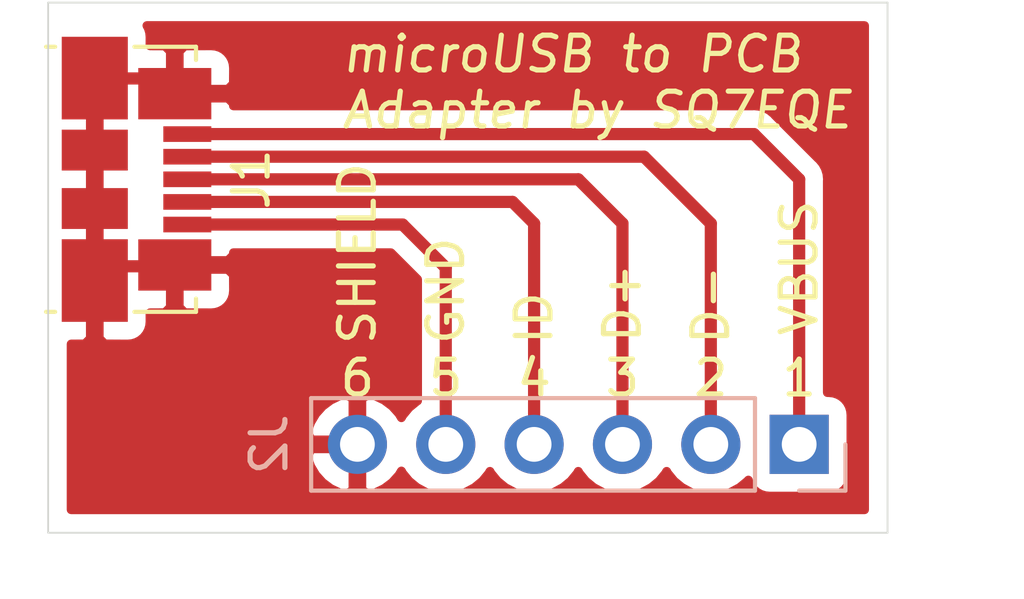
<source format=kicad_pcb>
(kicad_pcb (version 20171130) (host pcbnew 5.1.4-3.fc31)

  (general
    (thickness 1.6)
    (drawings 19)
    (tracks 26)
    (zones 0)
    (modules 2)
    (nets 7)
  )

  (page A4)
  (title_block
    (title "MicroUSB to PCB Adapter PCB Project")
    (date 2019-11-19)
    (rev 1.0)
    (company "MSc. Paweł Sobótka")
    (comment 1 "GNU GPLv3")
    (comment 2 "Design by SQ7EQE")
  )

  (layers
    (0 F.Cu signal)
    (31 B.Cu signal)
    (32 B.Adhes user)
    (33 F.Adhes user)
    (34 B.Paste user)
    (35 F.Paste user)
    (36 B.SilkS user)
    (37 F.SilkS user)
    (38 B.Mask user)
    (39 F.Mask user)
    (40 Dwgs.User user)
    (41 Cmts.User user)
    (42 Eco1.User user)
    (43 Eco2.User user)
    (44 Edge.Cuts user)
    (45 Margin user)
    (46 B.CrtYd user)
    (47 F.CrtYd user)
    (48 B.Fab user)
    (49 F.Fab user)
  )

  (setup
    (last_trace_width 0.25)
    (user_trace_width 0.35)
    (trace_clearance 0.2)
    (zone_clearance 0.508)
    (zone_45_only no)
    (trace_min 0.2)
    (via_size 0.8)
    (via_drill 0.4)
    (via_min_size 0.4)
    (via_min_drill 0.3)
    (uvia_size 0.3)
    (uvia_drill 0.1)
    (uvias_allowed no)
    (uvia_min_size 0.2)
    (uvia_min_drill 0.1)
    (edge_width 0.05)
    (segment_width 0.2)
    (pcb_text_width 0.3)
    (pcb_text_size 1.5 1.5)
    (mod_edge_width 0.12)
    (mod_text_size 1 1)
    (mod_text_width 0.15)
    (pad_size 1.524 1.524)
    (pad_drill 0.762)
    (pad_to_mask_clearance 0.051)
    (solder_mask_min_width 0.25)
    (aux_axis_origin 95.25 93.98)
    (visible_elements FFFFFF7F)
    (pcbplotparams
      (layerselection 0x3d2fc_ffffffff)
      (usegerberextensions false)
      (usegerberattributes true)
      (usegerberadvancedattributes true)
      (creategerberjobfile true)
      (excludeedgelayer true)
      (linewidth 0.150000)
      (plotframeref false)
      (viasonmask false)
      (mode 1)
      (useauxorigin true)
      (hpglpennumber 1)
      (hpglpenspeed 20)
      (hpglpendiameter 15.000000)
      (psnegative false)
      (psa4output false)
      (plotreference true)
      (plotvalue true)
      (plotinvisibletext false)
      (padsonsilk false)
      (subtractmaskfromsilk true)
      (outputformat 1)
      (mirror false)
      (drillshape 0)
      (scaleselection 1)
      (outputdirectory "plot/"))
  )

  (net 0 "")
  (net 1 "Net-(J1-Pad6)")
  (net 2 "Net-(J1-Pad2)")
  (net 3 "Net-(J1-Pad1)")
  (net 4 "Net-(J1-Pad5)")
  (net 5 "Net-(J1-Pad4)")
  (net 6 "Net-(J1-Pad3)")

  (net_class Default "To jest domyślna klasa połączeń."
    (clearance 0.2)
    (trace_width 0.25)
    (via_dia 0.8)
    (via_drill 0.4)
    (uvia_dia 0.3)
    (uvia_drill 0.1)
    (add_net "Net-(J1-Pad1)")
    (add_net "Net-(J1-Pad2)")
    (add_net "Net-(J1-Pad3)")
    (add_net "Net-(J1-Pad4)")
    (add_net "Net-(J1-Pad5)")
    (add_net "Net-(J1-Pad6)")
  )

  (module Connector_USB:USB_Micro-B_Molex_47346-0001 (layer F.Cu) (tedit 5A1DC0BD) (tstamp 5DD40F8C)
    (at 97.79 83.82 270)
    (descr "Micro USB B receptable with flange, bottom-mount, SMD, right-angle (http://www.molex.com/pdm_docs/sd/473460001_sd.pdf)")
    (tags "Micro B USB SMD")
    (path /5DD3B84F)
    (attr smd)
    (fp_text reference J1 (at 0 -3.3 270) (layer F.SilkS)
      (effects (font (size 1 1) (thickness 0.15)))
    )
    (fp_text value USB_B_Micro (at 0 -4.445 270) (layer F.Fab)
      (effects (font (size 1 1) (thickness 0.15)))
    )
    (fp_line (start -3.25 2.65) (end 3.25 2.65) (layer F.Fab) (width 0.1))
    (fp_line (start -3.81 2.6) (end -3.81 2.34) (layer F.SilkS) (width 0.12))
    (fp_line (start -3.81 0.06) (end -3.81 -1.71) (layer F.SilkS) (width 0.12))
    (fp_line (start -3.81 -1.71) (end -3.43 -1.71) (layer F.SilkS) (width 0.12))
    (fp_line (start 3.81 -1.71) (end 3.81 0.06) (layer F.SilkS) (width 0.12))
    (fp_line (start 3.81 2.34) (end 3.81 2.6) (layer F.SilkS) (width 0.12))
    (fp_line (start -3.75 3.35) (end -3.75 -1.65) (layer F.Fab) (width 0.1))
    (fp_line (start -3.75 -1.65) (end 3.75 -1.65) (layer F.Fab) (width 0.1))
    (fp_line (start 3.75 -1.65) (end 3.75 3.35) (layer F.Fab) (width 0.1))
    (fp_line (start 3.75 3.35) (end -3.75 3.35) (layer F.Fab) (width 0.1))
    (fp_line (start -4.6 3.9) (end -4.6 -2.7) (layer F.CrtYd) (width 0.05))
    (fp_line (start -4.6 -2.7) (end 4.6 -2.7) (layer F.CrtYd) (width 0.05))
    (fp_line (start 4.6 -2.7) (end 4.6 3.9) (layer F.CrtYd) (width 0.05))
    (fp_line (start 4.6 3.9) (end -4.6 3.9) (layer F.CrtYd) (width 0.05))
    (fp_line (start 3.81 -1.71) (end 3.43 -1.71) (layer F.SilkS) (width 0.12))
    (fp_text user %R (at 0 1.2 90) (layer F.Fab)
      (effects (font (size 1 1) (thickness 0.15)))
    )
    (fp_text user "PCB Edge" (at 0 2.67 270) (layer Dwgs.User)
      (effects (font (size 0.4 0.4) (thickness 0.04)))
    )
    (pad 6 smd rect (at 0.84 1.2 270) (size 1.175 1.9) (layers F.Cu F.Paste F.Mask)
      (net 1 "Net-(J1-Pad6)"))
    (pad 6 smd rect (at -0.84 1.2 270) (size 1.175 1.9) (layers F.Cu F.Paste F.Mask)
      (net 1 "Net-(J1-Pad6)"))
    (pad 6 smd rect (at 2.91 1.2 270) (size 2.375 1.9) (layers F.Cu F.Paste F.Mask)
      (net 1 "Net-(J1-Pad6)"))
    (pad 6 smd rect (at -2.91 1.2 270) (size 2.375 1.9) (layers F.Cu F.Paste F.Mask)
      (net 1 "Net-(J1-Pad6)"))
    (pad 6 smd rect (at 2.4625 -1.1 270) (size 1.475 2.1) (layers F.Cu F.Paste F.Mask)
      (net 1 "Net-(J1-Pad6)"))
    (pad 6 smd rect (at -2.4625 -1.1 270) (size 1.475 2.1) (layers F.Cu F.Paste F.Mask)
      (net 1 "Net-(J1-Pad6)"))
    (pad 5 smd rect (at 1.3 -1.46 270) (size 0.45 1.38) (layers F.Cu F.Paste F.Mask)
      (net 4 "Net-(J1-Pad5)"))
    (pad 4 smd rect (at 0.65 -1.46 270) (size 0.45 1.38) (layers F.Cu F.Paste F.Mask)
      (net 5 "Net-(J1-Pad4)"))
    (pad 3 smd rect (at 0 -1.46 270) (size 0.45 1.38) (layers F.Cu F.Paste F.Mask)
      (net 6 "Net-(J1-Pad3)"))
    (pad 2 smd rect (at -0.65 -1.46 270) (size 0.45 1.38) (layers F.Cu F.Paste F.Mask)
      (net 2 "Net-(J1-Pad2)"))
    (pad 1 smd rect (at -1.3 -1.46 270) (size 0.45 1.38) (layers F.Cu F.Paste F.Mask)
      (net 3 "Net-(J1-Pad1)"))
    (model ${KISYS3DMOD}/Connector_USB.3dshapes/USB_Micro-B_Molex_47346-0001.wrl
      (at (xyz 0 0 0))
      (scale (xyz 1 1 1))
      (rotate (xyz 0 0 0))
    )
  )

  (module Connector_PinHeader_2.54mm:PinHeader_1x06_P2.54mm_Vertical (layer B.Cu) (tedit 59FED5CC) (tstamp 5DD40FA6)
    (at 116.84 91.44 90)
    (descr "Through hole straight pin header, 1x06, 2.54mm pitch, single row")
    (tags "Through hole pin header THT 1x06 2.54mm single row")
    (path /5DD3BC27)
    (fp_text reference J2 (at 0 -15.24 270) (layer B.SilkS)
      (effects (font (size 1 1) (thickness 0.15)) (justify mirror))
    )
    (fp_text value "PCB PinHeader" (at 2.54 -6.35 180) (layer B.Fab)
      (effects (font (size 1 1) (thickness 0.15)) (justify mirror))
    )
    (fp_line (start -0.635 1.27) (end 1.27 1.27) (layer B.Fab) (width 0.1))
    (fp_line (start 1.27 1.27) (end 1.27 -13.97) (layer B.Fab) (width 0.1))
    (fp_line (start 1.27 -13.97) (end -1.27 -13.97) (layer B.Fab) (width 0.1))
    (fp_line (start -1.27 -13.97) (end -1.27 0.635) (layer B.Fab) (width 0.1))
    (fp_line (start -1.27 0.635) (end -0.635 1.27) (layer B.Fab) (width 0.1))
    (fp_line (start -1.33 -14.03) (end 1.33 -14.03) (layer B.SilkS) (width 0.12))
    (fp_line (start -1.33 -1.27) (end -1.33 -14.03) (layer B.SilkS) (width 0.12))
    (fp_line (start 1.33 -1.27) (end 1.33 -14.03) (layer B.SilkS) (width 0.12))
    (fp_line (start -1.33 -1.27) (end 1.33 -1.27) (layer B.SilkS) (width 0.12))
    (fp_line (start -1.33 0) (end -1.33 1.33) (layer B.SilkS) (width 0.12))
    (fp_line (start -1.33 1.33) (end 0 1.33) (layer B.SilkS) (width 0.12))
    (fp_line (start -1.8 1.8) (end -1.8 -14.5) (layer B.CrtYd) (width 0.05))
    (fp_line (start -1.8 -14.5) (end 1.8 -14.5) (layer B.CrtYd) (width 0.05))
    (fp_line (start 1.8 -14.5) (end 1.8 1.8) (layer B.CrtYd) (width 0.05))
    (fp_line (start 1.8 1.8) (end -1.8 1.8) (layer B.CrtYd) (width 0.05))
    (fp_text user %R (at 0 -6.35) (layer B.Fab)
      (effects (font (size 1 1) (thickness 0.15)) (justify mirror))
    )
    (pad 1 thru_hole rect (at 0 0 90) (size 1.7 1.7) (drill 1) (layers *.Cu *.Mask)
      (net 3 "Net-(J1-Pad1)"))
    (pad 2 thru_hole oval (at 0 -2.54 90) (size 1.7 1.7) (drill 1) (layers *.Cu *.Mask)
      (net 2 "Net-(J1-Pad2)"))
    (pad 3 thru_hole oval (at 0 -5.08 90) (size 1.7 1.7) (drill 1) (layers *.Cu *.Mask)
      (net 6 "Net-(J1-Pad3)"))
    (pad 4 thru_hole oval (at 0 -7.62 90) (size 1.7 1.7) (drill 1) (layers *.Cu *.Mask)
      (net 5 "Net-(J1-Pad4)"))
    (pad 5 thru_hole oval (at 0 -10.16 90) (size 1.7 1.7) (drill 1) (layers *.Cu *.Mask)
      (net 4 "Net-(J1-Pad5)"))
    (pad 6 thru_hole oval (at 0 -12.7 90) (size 1.7 1.7) (drill 1) (layers *.Cu *.Mask)
      (net 1 "Net-(J1-Pad6)"))
    (model ${KISYS3DMOD}/Connector_PinHeader_2.54mm.3dshapes/PinHeader_1x06_P2.54mm_Vertical.step
      (at (xyz 0 0 0))
      (scale (xyz 1 1 1))
      (rotate (xyz 0 0 0))
    )
  )

  (gr_text SHIELD (at 104.14 88.646 90) (layer F.SilkS)
    (effects (font (size 1 1) (thickness 0.15)) (justify left))
  )
  (gr_text GND (at 106.68 88.646 90) (layer F.SilkS)
    (effects (font (size 1 1) (thickness 0.15)) (justify left))
  )
  (gr_text ID (at 109.22 88.646 90) (layer F.SilkS)
    (effects (font (size 1 1) (thickness 0.15)) (justify left))
  )
  (gr_text D+ (at 111.76 87.376 90) (layer F.SilkS)
    (effects (font (size 1 1) (thickness 0.15)))
  )
  (gr_text D- (at 114.3 88.646 90) (layer F.SilkS)
    (effects (font (size 1 1) (thickness 0.15)) (justify left))
  )
  (gr_text VBUS (at 116.84 88.392 90) (layer F.SilkS)
    (effects (font (size 1 1) (thickness 0.15)) (justify left))
  )
  (dimension 15.24 (width 0.15) (layer Cmts.User)
    (gr_text "15,240 mm" (at 121.95 86.36 90) (layer Cmts.User)
      (effects (font (size 1 1) (thickness 0.15)))
    )
    (feature1 (pts (xy 119.38 78.74) (xy 121.236421 78.74)))
    (feature2 (pts (xy 119.38 93.98) (xy 121.236421 93.98)))
    (crossbar (pts (xy 120.65 93.98) (xy 120.65 78.74)))
    (arrow1a (pts (xy 120.65 78.74) (xy 121.236421 79.866504)))
    (arrow1b (pts (xy 120.65 78.74) (xy 120.063579 79.866504)))
    (arrow2a (pts (xy 120.65 93.98) (xy 121.236421 92.853496)))
    (arrow2b (pts (xy 120.65 93.98) (xy 120.063579 92.853496)))
  )
  (dimension 24.13 (width 0.15) (layer Cmts.User)
    (gr_text "24,130 mm" (at 107.315 96.55) (layer Cmts.User)
      (effects (font (size 1 1) (thickness 0.15)))
    )
    (feature1 (pts (xy 119.38 93.98) (xy 119.38 95.836421)))
    (feature2 (pts (xy 95.25 93.98) (xy 95.25 95.836421)))
    (crossbar (pts (xy 95.25 95.25) (xy 119.38 95.25)))
    (arrow1a (pts (xy 119.38 95.25) (xy 118.253496 95.836421)))
    (arrow1b (pts (xy 119.38 95.25) (xy 118.253496 94.663579)))
    (arrow2a (pts (xy 95.25 95.25) (xy 96.376504 95.836421)))
    (arrow2b (pts (xy 95.25 95.25) (xy 96.376504 94.663579)))
  )
  (gr_text "microUSB to PCB\nAdapter by SQ7EQE" (at 103.632 81.026) (layer F.SilkS)
    (effects (font (size 1 1) (thickness 0.15) italic) (justify left))
  )
  (gr_line (start 119.38 93.98) (end 95.25 93.98) (layer Edge.Cuts) (width 0.05) (tstamp 5DD41263))
  (gr_line (start 119.38 78.74) (end 119.38 93.98) (layer Edge.Cuts) (width 0.05))
  (gr_line (start 95.25 78.74) (end 119.38 78.74) (layer Edge.Cuts) (width 0.05))
  (gr_line (start 95.25 93.98) (end 95.25 78.74) (layer Edge.Cuts) (width 0.05))
  (gr_text 6 (at 104.14 89.535) (layer F.SilkS)
    (effects (font (size 1 1) (thickness 0.15)))
  )
  (gr_text 5 (at 106.68 89.535) (layer F.SilkS)
    (effects (font (size 1 1) (thickness 0.15)))
  )
  (gr_text 4 (at 109.22 89.535) (layer F.SilkS)
    (effects (font (size 1 1) (thickness 0.15)))
  )
  (gr_text 3 (at 111.76 89.535) (layer F.SilkS)
    (effects (font (size 1 1) (thickness 0.15)))
  )
  (gr_text 2 (at 114.3 89.535) (layer F.SilkS)
    (effects (font (size 1 1) (thickness 0.15)))
  )
  (gr_text 1 (at 116.84 89.535) (layer F.SilkS)
    (effects (font (size 1 1) (thickness 0.15)))
  )

  (segment (start 99.2525 86.32) (end 102.83 86.32) (width 0.35) (layer F.Cu) (net 1))
  (segment (start 104.14 87.63) (end 104.14 91.44) (width 0.35) (layer F.Cu) (net 1))
  (segment (start 102.83 86.32) (end 104.14 87.63) (width 0.35) (layer F.Cu) (net 1))
  (segment (start 96.9525 86.32) (end 96.5525 86.72) (width 0.35) (layer F.Cu) (net 1))
  (segment (start 99.2525 86.32) (end 96.9525 86.32) (width 0.35) (layer F.Cu) (net 1))
  (segment (start 96.5525 86.72) (end 96.5525 84.82) (width 0.35) (layer F.Cu) (net 1))
  (segment (start 96.5525 83.7875) (end 96.5525 80.92) (width 0.35) (layer F.Cu) (net 1))
  (segment (start 96.5525 83.7875) (end 96.5525 82.82) (width 0.35) (layer F.Cu) (net 1))
  (segment (start 96.5525 84.82) (end 96.5525 83.7875) (width 0.35) (layer F.Cu) (net 1))
  (segment (start 98.8525 80.92) (end 99.2525 81.32) (width 0.35) (layer F.Cu) (net 1))
  (segment (start 96.5525 80.92) (end 98.8525 80.92) (width 0.35) (layer F.Cu) (net 1))
  (segment (start 99.2525 83.17) (end 112.38 83.17) (width 0.35) (layer F.Cu) (net 2))
  (segment (start 112.38 83.17) (end 114.3 85.09) (width 0.35) (layer F.Cu) (net 2))
  (segment (start 114.3 85.09) (end 114.3 91.44) (width 0.35) (layer F.Cu) (net 2))
  (segment (start 99.2525 82.52) (end 115.54 82.52) (width 0.35) (layer F.Cu) (net 3))
  (segment (start 116.84 83.82) (end 116.84 91.44) (width 0.35) (layer F.Cu) (net 3))
  (segment (start 115.54 82.52) (end 116.84 83.82) (width 0.35) (layer F.Cu) (net 3))
  (segment (start 99.2525 85.12) (end 105.44 85.12) (width 0.35) (layer F.Cu) (net 4))
  (segment (start 106.68 86.36) (end 106.68 91.44) (width 0.35) (layer F.Cu) (net 4))
  (segment (start 105.44 85.12) (end 106.68 86.36) (width 0.35) (layer F.Cu) (net 4))
  (segment (start 99.2525 84.47) (end 108.6 84.47) (width 0.35) (layer F.Cu) (net 5))
  (segment (start 109.22 85.09) (end 109.22 91.44) (width 0.35) (layer F.Cu) (net 5))
  (segment (start 108.6 84.47) (end 109.22 85.09) (width 0.35) (layer F.Cu) (net 5))
  (segment (start 111.76 85.09) (end 111.76 91.44) (width 0.35) (layer F.Cu) (net 6))
  (segment (start 99.2525 83.82) (end 110.49 83.82) (width 0.35) (layer F.Cu) (net 6))
  (segment (start 110.49 83.82) (end 111.76 85.09) (width 0.35) (layer F.Cu) (net 6))

  (zone (net 1) (net_name "Net-(J1-Pad6)") (layer F.Cu) (tstamp 5DD4A76D) (hatch edge 0.508)
    (connect_pads (clearance 0.508))
    (min_thickness 0.254)
    (fill yes (arc_segments 32) (thermal_gap 0.508) (thermal_bridge_width 0.508) (smoothing chamfer))
    (polygon
      (pts
        (xy 95.25 78.74) (xy 119.38 78.74) (xy 119.38 93.98) (xy 95.25 93.98)
      )
    )
    (filled_polygon
      (pts
        (xy 118.720001 93.32) (xy 95.91 93.32) (xy 95.91 91.796891) (xy 102.698519 91.796891) (xy 102.795843 92.071252)
        (xy 102.944822 92.321355) (xy 103.139731 92.537588) (xy 103.37308 92.711641) (xy 103.635901 92.836825) (xy 103.78311 92.881476)
        (xy 104.013 92.760155) (xy 104.013 91.567) (xy 102.819186 91.567) (xy 102.698519 91.796891) (xy 95.91 91.796891)
        (xy 95.91 91.083109) (xy 102.698519 91.083109) (xy 102.819186 91.313) (xy 104.013 91.313) (xy 104.013 90.119845)
        (xy 103.78311 89.998524) (xy 103.635901 90.043175) (xy 103.37308 90.168359) (xy 103.139731 90.342412) (xy 102.944822 90.558645)
        (xy 102.795843 90.808748) (xy 102.698519 91.083109) (xy 95.91 91.083109) (xy 95.91 88.554323) (xy 96.30425 88.5525)
        (xy 96.463 88.39375) (xy 96.463 86.857) (xy 96.443 86.857) (xy 96.443 86.603) (xy 96.463 86.603)
        (xy 96.463 84.787) (xy 96.443 84.787) (xy 96.443 84.533) (xy 96.463 84.533) (xy 96.463 83.107)
        (xy 96.443 83.107) (xy 96.443 82.853) (xy 96.463 82.853) (xy 96.463 81.037) (xy 96.443 81.037)
        (xy 96.443 80.783) (xy 96.463 80.783) (xy 96.463 80.763) (xy 96.717 80.763) (xy 96.717 80.783)
        (xy 96.737 80.783) (xy 96.737 81.037) (xy 96.717 81.037) (xy 96.717 82.853) (xy 96.737 82.853)
        (xy 96.737 83.107) (xy 96.717 83.107) (xy 96.717 84.533) (xy 96.737 84.533) (xy 96.737 84.787)
        (xy 96.717 84.787) (xy 96.717 86.603) (xy 96.737 86.603) (xy 96.737 86.857) (xy 96.717 86.857)
        (xy 96.717 88.39375) (xy 96.87575 88.5525) (xy 97.54 88.555572) (xy 97.664482 88.543312) (xy 97.78418 88.507002)
        (xy 97.894494 88.448037) (xy 97.991185 88.368685) (xy 98.070537 88.271994) (xy 98.129502 88.16168) (xy 98.165812 88.041982)
        (xy 98.178072 87.9175) (xy 98.177184 87.656717) (xy 98.60425 87.655) (xy 98.763 87.49625) (xy 98.763 86.4095)
        (xy 99.017 86.4095) (xy 99.017 87.49625) (xy 99.17575 87.655) (xy 99.94 87.658072) (xy 100.064482 87.645812)
        (xy 100.18418 87.609502) (xy 100.294494 87.550537) (xy 100.391185 87.471185) (xy 100.470537 87.374494) (xy 100.529502 87.26418)
        (xy 100.565812 87.144482) (xy 100.578072 87.02) (xy 100.575 86.56825) (xy 100.41625 86.4095) (xy 99.017 86.4095)
        (xy 98.763 86.4095) (xy 98.743 86.4095) (xy 98.743 86.1555) (xy 98.763 86.1555) (xy 98.763 86.1355)
        (xy 99.017 86.1355) (xy 99.017 86.1555) (xy 100.41625 86.1555) (xy 100.575 85.99675) (xy 100.575454 85.93)
        (xy 105.104488 85.93) (xy 105.87 86.695513) (xy 105.870001 90.18913) (xy 105.850986 90.199294) (xy 105.624866 90.384866)
        (xy 105.439294 90.610986) (xy 105.404799 90.675523) (xy 105.335178 90.558645) (xy 105.140269 90.342412) (xy 104.90692 90.168359)
        (xy 104.644099 90.043175) (xy 104.49689 89.998524) (xy 104.267 90.119845) (xy 104.267 91.313) (xy 104.287 91.313)
        (xy 104.287 91.567) (xy 104.267 91.567) (xy 104.267 92.760155) (xy 104.49689 92.881476) (xy 104.644099 92.836825)
        (xy 104.90692 92.711641) (xy 105.140269 92.537588) (xy 105.335178 92.321355) (xy 105.404799 92.204477) (xy 105.439294 92.269014)
        (xy 105.624866 92.495134) (xy 105.850986 92.680706) (xy 106.108966 92.818599) (xy 106.388889 92.903513) (xy 106.60705 92.925)
        (xy 106.75295 92.925) (xy 106.971111 92.903513) (xy 107.251034 92.818599) (xy 107.509014 92.680706) (xy 107.735134 92.495134)
        (xy 107.920706 92.269014) (xy 107.95 92.214209) (xy 107.979294 92.269014) (xy 108.164866 92.495134) (xy 108.390986 92.680706)
        (xy 108.648966 92.818599) (xy 108.928889 92.903513) (xy 109.14705 92.925) (xy 109.29295 92.925) (xy 109.511111 92.903513)
        (xy 109.791034 92.818599) (xy 110.049014 92.680706) (xy 110.275134 92.495134) (xy 110.460706 92.269014) (xy 110.49 92.214209)
        (xy 110.519294 92.269014) (xy 110.704866 92.495134) (xy 110.930986 92.680706) (xy 111.188966 92.818599) (xy 111.468889 92.903513)
        (xy 111.68705 92.925) (xy 111.83295 92.925) (xy 112.051111 92.903513) (xy 112.331034 92.818599) (xy 112.589014 92.680706)
        (xy 112.815134 92.495134) (xy 113.000706 92.269014) (xy 113.03 92.214209) (xy 113.059294 92.269014) (xy 113.244866 92.495134)
        (xy 113.470986 92.680706) (xy 113.728966 92.818599) (xy 114.008889 92.903513) (xy 114.22705 92.925) (xy 114.37295 92.925)
        (xy 114.591111 92.903513) (xy 114.871034 92.818599) (xy 115.129014 92.680706) (xy 115.355134 92.495134) (xy 115.379607 92.465313)
        (xy 115.400498 92.53418) (xy 115.459463 92.644494) (xy 115.538815 92.741185) (xy 115.635506 92.820537) (xy 115.74582 92.879502)
        (xy 115.865518 92.915812) (xy 115.99 92.928072) (xy 117.69 92.928072) (xy 117.814482 92.915812) (xy 117.93418 92.879502)
        (xy 118.044494 92.820537) (xy 118.141185 92.741185) (xy 118.220537 92.644494) (xy 118.279502 92.53418) (xy 118.315812 92.414482)
        (xy 118.328072 92.29) (xy 118.328072 90.59) (xy 118.315812 90.465518) (xy 118.279502 90.34582) (xy 118.220537 90.235506)
        (xy 118.141185 90.138815) (xy 118.044494 90.059463) (xy 117.93418 90.000498) (xy 117.814482 89.964188) (xy 117.69 89.951928)
        (xy 117.65 89.951928) (xy 117.65 83.859788) (xy 117.653919 83.82) (xy 117.65 83.780209) (xy 117.63828 83.661212)
        (xy 117.595286 83.519482) (xy 117.591963 83.508526) (xy 117.516749 83.367811) (xy 117.489413 83.334502) (xy 117.415528 83.244472)
        (xy 117.384619 83.219106) (xy 116.140899 81.975387) (xy 116.115528 81.944472) (xy 115.992189 81.843251) (xy 115.851473 81.768037)
        (xy 115.698788 81.72172) (xy 115.579791 81.71) (xy 115.579788 81.71) (xy 115.54 81.706081) (xy 115.500212 81.71)
        (xy 100.575454 81.71) (xy 100.575 81.64325) (xy 100.41625 81.4845) (xy 99.017 81.4845) (xy 99.017 81.5045)
        (xy 98.763 81.5045) (xy 98.763 81.4845) (xy 98.743 81.4845) (xy 98.743 81.2305) (xy 98.763 81.2305)
        (xy 98.763 80.14375) (xy 99.017 80.14375) (xy 99.017 81.2305) (xy 100.41625 81.2305) (xy 100.575 81.07175)
        (xy 100.578072 80.62) (xy 100.565812 80.495518) (xy 100.529502 80.37582) (xy 100.470537 80.265506) (xy 100.391185 80.168815)
        (xy 100.294494 80.089463) (xy 100.18418 80.030498) (xy 100.064482 79.994188) (xy 99.94 79.981928) (xy 99.17575 79.985)
        (xy 99.017 80.14375) (xy 98.763 80.14375) (xy 98.60425 79.985) (xy 98.177184 79.983283) (xy 98.178072 79.7225)
        (xy 98.165812 79.598018) (xy 98.129502 79.47832) (xy 98.087638 79.4) (xy 118.72 79.4)
      )
    )
  )
)

</source>
